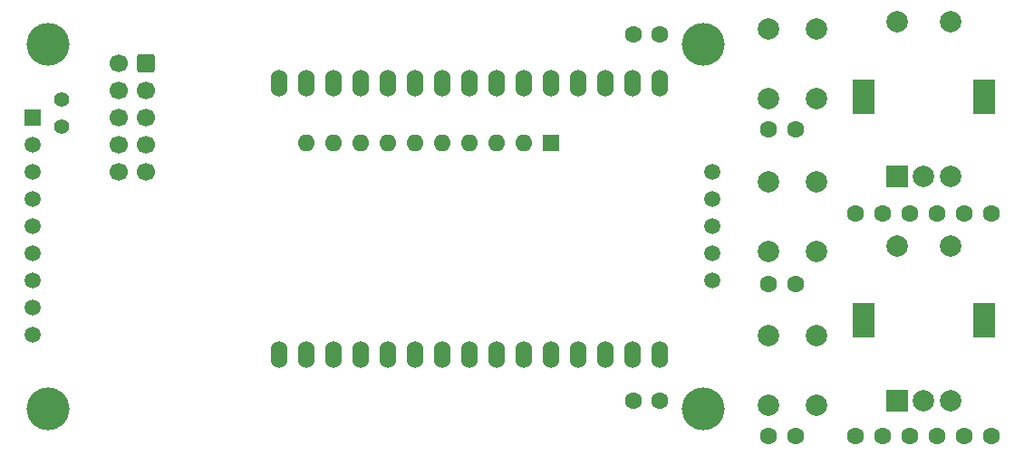
<source format=gbr>
%TF.GenerationSoftware,KiCad,Pcbnew,7.0.9*%
%TF.CreationDate,2024-03-08T21:06:40+01:00*%
%TF.ProjectId,SI4684 controller,53493436-3834-4206-936f-6e74726f6c6c,rev?*%
%TF.SameCoordinates,Original*%
%TF.FileFunction,Soldermask,Bot*%
%TF.FilePolarity,Negative*%
%FSLAX46Y46*%
G04 Gerber Fmt 4.6, Leading zero omitted, Abs format (unit mm)*
G04 Created by KiCad (PCBNEW 7.0.9) date 2024-03-08 21:06:40*
%MOMM*%
%LPD*%
G01*
G04 APERTURE LIST*
G04 Aperture macros list*
%AMRoundRect*
0 Rectangle with rounded corners*
0 $1 Rounding radius*
0 $2 $3 $4 $5 $6 $7 $8 $9 X,Y pos of 4 corners*
0 Add a 4 corners polygon primitive as box body*
4,1,4,$2,$3,$4,$5,$6,$7,$8,$9,$2,$3,0*
0 Add four circle primitives for the rounded corners*
1,1,$1+$1,$2,$3*
1,1,$1+$1,$4,$5*
1,1,$1+$1,$6,$7*
1,1,$1+$1,$8,$9*
0 Add four rect primitives between the rounded corners*
20,1,$1+$1,$2,$3,$4,$5,0*
20,1,$1+$1,$4,$5,$6,$7,0*
20,1,$1+$1,$6,$7,$8,$9,0*
20,1,$1+$1,$8,$9,$2,$3,0*%
G04 Aperture macros list end*
%ADD10C,4.000000*%
%ADD11R,1.500000X1.500000*%
%ADD12C,1.500000*%
%ADD13R,2.000000X2.000000*%
%ADD14C,2.000000*%
%ADD15R,2.000000X3.200000*%
%ADD16RoundRect,0.250000X0.600000X0.600000X-0.600000X0.600000X-0.600000X-0.600000X0.600000X-0.600000X0*%
%ADD17C,1.700000*%
%ADD18C,1.400000*%
%ADD19O,1.524000X2.540000*%
%ADD20C,1.600000*%
%ADD21R,1.600000X1.600000*%
%ADD22O,1.600000X1.600000*%
G04 APERTURE END LIST*
D10*
%TO.C,U1*%
X115862000Y-90378424D03*
X115862000Y-124478424D03*
X177062000Y-90378424D03*
X177062000Y-124478424D03*
D11*
X114362000Y-97268424D03*
D12*
X114362000Y-99808424D03*
X114362000Y-102348424D03*
X114362000Y-104888424D03*
X114362000Y-107428424D03*
X114362000Y-109968424D03*
X114362000Y-112508424D03*
X114362000Y-115048424D03*
X114362000Y-117588424D03*
X177882000Y-102348424D03*
X177882000Y-104888424D03*
X177882000Y-107428424D03*
X177882000Y-109968424D03*
X177882000Y-112508424D03*
%TD*%
D13*
%TO.C,SW1*%
X195140000Y-102748724D03*
D14*
X200140000Y-102748724D03*
X197640000Y-102748724D03*
D15*
X192040000Y-95248724D03*
X203240000Y-95248724D03*
D14*
X200140000Y-88248724D03*
X195140000Y-88248724D03*
%TD*%
%TO.C,SW3*%
X187617000Y-103269424D03*
X187617000Y-109769424D03*
X183117000Y-103269424D03*
X183117000Y-109769424D03*
%TD*%
%TO.C,SW2*%
X187617000Y-117620424D03*
X187617000Y-124120424D03*
X183117000Y-117620424D03*
X183117000Y-124120424D03*
%TD*%
%TO.C,SW4*%
X187617000Y-88918424D03*
X187617000Y-95418424D03*
X183117000Y-88918424D03*
X183117000Y-95418424D03*
%TD*%
D13*
%TO.C,SW5*%
X195140000Y-123738424D03*
D14*
X200140000Y-123738424D03*
X197640000Y-123738424D03*
D15*
X192040000Y-116238424D03*
X203240000Y-116238424D03*
D14*
X200140000Y-109238424D03*
X195140000Y-109238424D03*
%TD*%
D16*
%TO.C,J1*%
X124955200Y-92169624D03*
D17*
X122415200Y-92169624D03*
X124955200Y-94709624D03*
X122415200Y-94709624D03*
X124955200Y-97249624D03*
X122415200Y-97249624D03*
X124955200Y-99789624D03*
X122415200Y-99789624D03*
X124955200Y-102329624D03*
X122415200Y-102329624D03*
%TD*%
D18*
%TO.C,JP1*%
X117132000Y-98042424D03*
X117132000Y-95502424D03*
%TD*%
D19*
%TO.C,M1*%
X173012000Y-119398424D03*
X170472000Y-119398424D03*
X167932000Y-119398424D03*
X165392000Y-119398424D03*
X162852000Y-119398424D03*
X160312000Y-119398424D03*
X157772000Y-119398424D03*
X155232000Y-119398424D03*
X152692000Y-119398424D03*
X150152000Y-119398424D03*
X147612000Y-119398424D03*
X145072000Y-119398424D03*
X142532000Y-119398424D03*
X139992000Y-119398424D03*
X137452000Y-119398424D03*
X137452000Y-93998424D03*
X139992000Y-93998424D03*
X142532000Y-93998424D03*
X145072000Y-93998424D03*
X147612000Y-93998424D03*
X150152000Y-93998424D03*
X152692000Y-93998424D03*
X155232000Y-93998424D03*
X157772000Y-93998424D03*
X160312000Y-93998424D03*
X162852000Y-93998424D03*
X165392000Y-93998424D03*
X167932000Y-93998424D03*
X170472000Y-93998424D03*
X173012000Y-93998424D03*
%TD*%
D20*
%TO.C,C4*%
X203942000Y-127000000D03*
X201442000Y-127000000D03*
%TD*%
%TO.C,C7*%
X185654000Y-127000000D03*
X183154000Y-127000000D03*
%TD*%
%TO.C,C11*%
X172974000Y-123698000D03*
X170474000Y-123698000D03*
%TD*%
%TO.C,C1*%
X198862000Y-127000000D03*
X196362000Y-127000000D03*
%TD*%
%TO.C,C2*%
X203942000Y-106172000D03*
X201442000Y-106172000D03*
%TD*%
%TO.C,C5*%
X198862000Y-106172000D03*
X196362000Y-106172000D03*
%TD*%
%TO.C,C6*%
X193782000Y-127000000D03*
X191282000Y-127000000D03*
%TD*%
%TO.C,C8*%
X185634000Y-112776000D03*
X183134000Y-112776000D03*
%TD*%
%TO.C,C9*%
X185634000Y-98298000D03*
X183134000Y-98298000D03*
%TD*%
D21*
%TO.C,RN1*%
X162814000Y-99568000D03*
D22*
X160274000Y-99568000D03*
X157734000Y-99568000D03*
X155194000Y-99568000D03*
X152654000Y-99568000D03*
X150114000Y-99568000D03*
X147574000Y-99568000D03*
X145034000Y-99568000D03*
X142494000Y-99568000D03*
X139954000Y-99568000D03*
%TD*%
D20*
%TO.C,C10*%
X172974000Y-89408000D03*
X170474000Y-89408000D03*
%TD*%
%TO.C,C3*%
X193782000Y-106172000D03*
X191282000Y-106172000D03*
%TD*%
M02*

</source>
